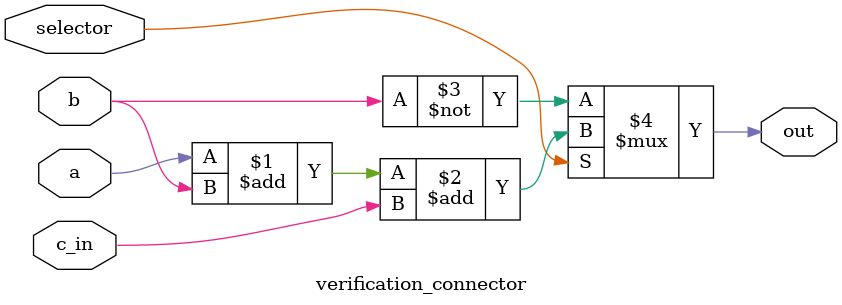
<source format=v>
`timescale 1ns / 1ps


module verification_connector(out, selector, a, b, c_in);
    parameter width = 1;
    
    // Inputs
    input [width-1:0]       a, b;
    input                   c_in, selector;
    
    // Outputs
    output [width-1:0]      out;
    
    assign {out} = selector ? a + b + c_in : ~b;
endmodule

</source>
